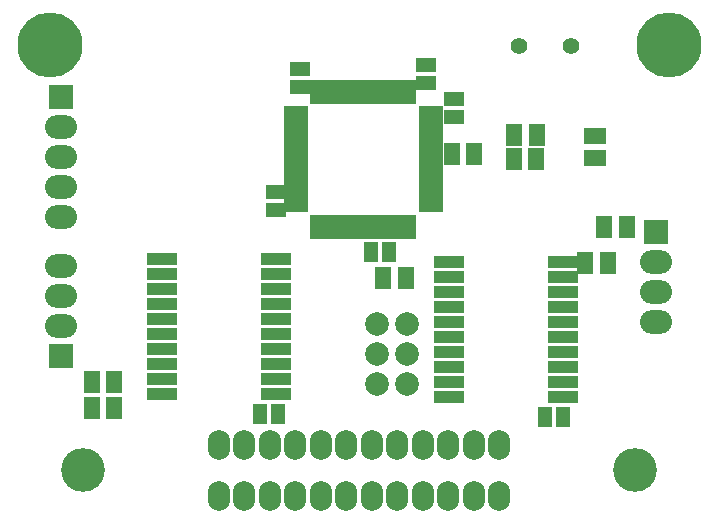
<source format=gbs>
G04 (created by PCBNEW-RS274X (2012-07-14 BZR 3647)-testing) date Mon 16 Jul 2012 02:51:49 PM EEST*
%MOIN*%
G04 Gerber Fmt 3.4, Leading zero omitted, Abs format*
%FSLAX34Y34*%
G01*
G70*
G90*
G04 APERTURE LIST*
%ADD10C,0.006*%
%ADD11C,0.2169*%
%ADD12R,0.0413X0.08*%
%ADD13R,0.08X0.0413*%
%ADD14R,0.0987X0.0436*%
%ADD15R,0.08X0.08*%
%ADD16O,0.1066X0.0791*%
%ADD17C,0.0554*%
%ADD18R,0.055X0.075*%
%ADD19R,0.045X0.065*%
%ADD20C,0.0791*%
%ADD21C,0.146*%
%ADD22O,0.0751X0.0987*%
%ADD23R,0.065X0.045*%
%ADD24R,0.075X0.055*%
G04 APERTURE END LIST*
G54D10*
G54D11*
X69685Y-58425D03*
X49055Y-58425D03*
G54D12*
X59508Y-59974D03*
X59823Y-59974D03*
X60138Y-59974D03*
X60453Y-59974D03*
X60768Y-59974D03*
X61083Y-59974D03*
X59193Y-59974D03*
X58878Y-59974D03*
X58563Y-59974D03*
X58248Y-59974D03*
X57933Y-59974D03*
X59508Y-64474D03*
X59823Y-64474D03*
X60138Y-64474D03*
X60453Y-64474D03*
X60768Y-64474D03*
X61083Y-64474D03*
X59193Y-64474D03*
X58878Y-64474D03*
X58563Y-64474D03*
X58248Y-64474D03*
X57933Y-64474D03*
G54D13*
X61758Y-62224D03*
X57258Y-62224D03*
X61758Y-62539D03*
X57258Y-62539D03*
X57258Y-62854D03*
X61758Y-62854D03*
X61758Y-63169D03*
X57258Y-63169D03*
X57258Y-63484D03*
X61758Y-63484D03*
X61758Y-63799D03*
X57258Y-63799D03*
X57258Y-61909D03*
X61758Y-61909D03*
X61758Y-61594D03*
X57258Y-61594D03*
X57258Y-61279D03*
X61758Y-61279D03*
X61758Y-60964D03*
X57258Y-60964D03*
X57258Y-60649D03*
X61758Y-60649D03*
G54D14*
X56585Y-65545D03*
X56585Y-66045D03*
X56585Y-66545D03*
X56585Y-67045D03*
X56585Y-67545D03*
X56585Y-68045D03*
X56585Y-68545D03*
X56585Y-69045D03*
X56585Y-69545D03*
X56585Y-70045D03*
X52785Y-70045D03*
X52785Y-69545D03*
X52785Y-69045D03*
X52785Y-68545D03*
X52785Y-68045D03*
X52785Y-67545D03*
X52785Y-67045D03*
X52785Y-66545D03*
X52785Y-66045D03*
X52785Y-65545D03*
G54D15*
X49449Y-60157D03*
G54D16*
X49449Y-61157D03*
X49449Y-62157D03*
X49449Y-63157D03*
X49449Y-64157D03*
G54D17*
X66417Y-58435D03*
X64685Y-58435D03*
G54D18*
X66908Y-65669D03*
X67658Y-65669D03*
G54D19*
X56658Y-70709D03*
X56058Y-70709D03*
G54D20*
X60972Y-67720D03*
X59972Y-67720D03*
X60972Y-68720D03*
X59972Y-68720D03*
X60972Y-69720D03*
X59972Y-69720D03*
G54D21*
X50159Y-72598D03*
X68581Y-72598D03*
G54D22*
X59795Y-71754D03*
X60646Y-71754D03*
X61496Y-71754D03*
X62346Y-71754D03*
X63197Y-71754D03*
X64047Y-71754D03*
X58945Y-71754D03*
X58094Y-71754D03*
X57244Y-71754D03*
X56394Y-71754D03*
X55543Y-71754D03*
X54693Y-71754D03*
X54693Y-73442D03*
X57244Y-73442D03*
X58094Y-73442D03*
X58945Y-73442D03*
X59795Y-73442D03*
X60645Y-73442D03*
X61496Y-73442D03*
X62346Y-73442D03*
X63197Y-73442D03*
X64047Y-73442D03*
X55543Y-73442D03*
X56394Y-73442D03*
G54D19*
X60359Y-65315D03*
X59759Y-65315D03*
G54D23*
X61594Y-59670D03*
X61594Y-59070D03*
X62520Y-60812D03*
X62520Y-60212D03*
X57402Y-59808D03*
X57402Y-59208D03*
X56614Y-63322D03*
X56614Y-63922D03*
G54D19*
X66166Y-70827D03*
X65566Y-70827D03*
G54D18*
X51202Y-69646D03*
X50452Y-69646D03*
X50452Y-70512D03*
X51202Y-70512D03*
X68288Y-64488D03*
X67538Y-64488D03*
X62460Y-62047D03*
X63210Y-62047D03*
G54D24*
X67244Y-61436D03*
X67244Y-62186D03*
G54D18*
X60926Y-66181D03*
X60176Y-66181D03*
X65277Y-62224D03*
X64527Y-62224D03*
X65296Y-61417D03*
X64546Y-61417D03*
G54D15*
X49449Y-68780D03*
G54D16*
X49449Y-67780D03*
X49449Y-66780D03*
X49449Y-65780D03*
G54D15*
X69252Y-64665D03*
G54D16*
X69252Y-65665D03*
X69252Y-66665D03*
X69252Y-67665D03*
G54D14*
X66172Y-65644D03*
X66172Y-66144D03*
X66172Y-66644D03*
X66172Y-67144D03*
X66172Y-67644D03*
X66172Y-68144D03*
X66172Y-68644D03*
X66172Y-69144D03*
X66172Y-69644D03*
X66172Y-70144D03*
X62372Y-70144D03*
X62372Y-69644D03*
X62372Y-69144D03*
X62372Y-68644D03*
X62372Y-68144D03*
X62372Y-67644D03*
X62372Y-67144D03*
X62372Y-66644D03*
X62372Y-66144D03*
X62372Y-65644D03*
M02*

</source>
